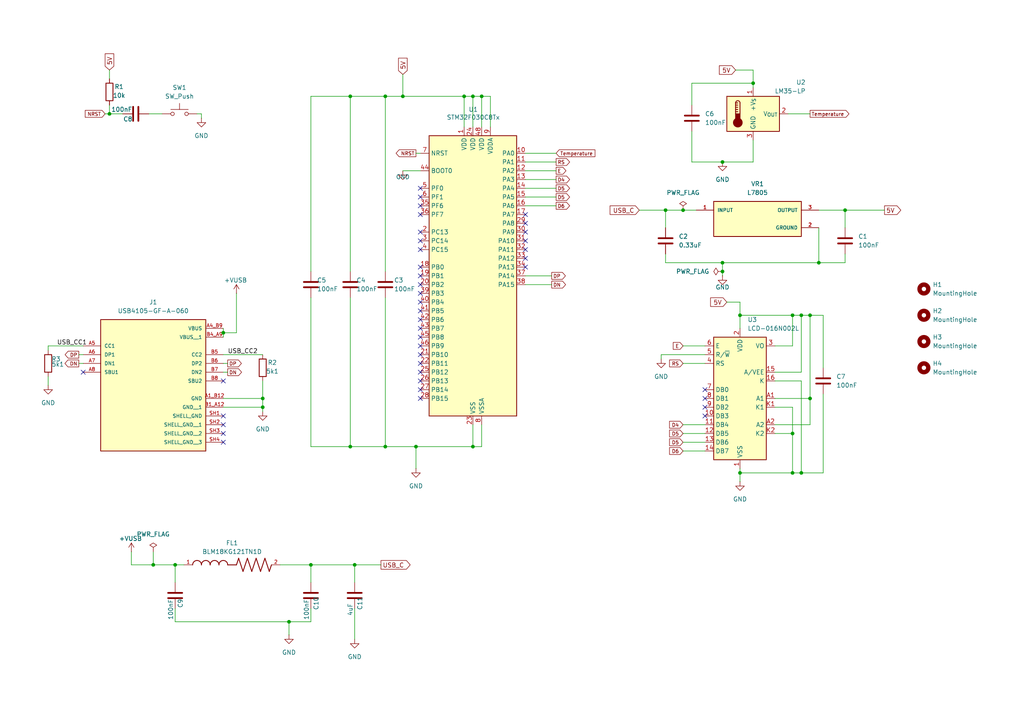
<source format=kicad_sch>
(kicad_sch (version 20231120) (generator "eeschema") (generator_version "8.0")
  (paper "A4")
  (lib_symbols
    (symbol "BLM18KG121TN1D:BLM18KG121TN1D" (pin_names (offset 1.016))
      (property "Reference" "FL" (at -12.7044 5.0815 0))
      (property "Value" "BLM18KG121TN1D" (at -12.71 -5.0866 0))
      (symbol "BLM18KG121TN1D_0_0"
        (arc (start -10.16 0) (mid -11.43 1.2645) (end -12.7 0) (stroke (width 0.254)))
        (arc (start -7.62 0) (mid -8.89 1.2645) (end -10.16 0) (stroke (width 0.254)))
        (arc (start -5.08 0) (mid -6.35 1.2645) (end -7.62 0) (stroke (width 0.254)))
        (arc (start -2.54 0) (mid -3.81 1.2645) (end -5.08 0) (stroke (width 0.254)))
        (polyline (pts (xy 0 0) (xy -2.54 0)) (stroke (width 0.254)))
        (polyline (pts (xy 0 0) (xy 0.635 1.905)) (stroke (width 0.254)))
        (polyline (pts (xy 0.635 1.905) (xy 1.905 -1.905)) (stroke (width 0.254)))
        (polyline (pts (xy 1.905 -1.905) (xy 3.175 1.905)) (stroke (width 0.254)))
        (polyline (pts (xy 3.175 1.905) (xy 4.445 -1.905)) (stroke (width 0.254)))
        (polyline (pts (xy 4.445 -1.905) (xy 5.715 1.905)) (stroke (width 0.254)))
        (polyline (pts (xy 5.715 1.905) (xy 6.985 -1.905)) (stroke (width 0.254)))
        (polyline (pts (xy 6.985 -1.905) (xy 8.255 1.905)) (stroke (width 0.254)))
        (polyline (pts (xy 8.255 1.905) (xy 9.525 -1.905)) (stroke (width 0.254)))
        (polyline (pts (xy 9.525 -1.905) (xy 10.16 0)) (stroke (width 0.254)))
        (pin passive line (at -15.24 0 0) (length 2.54) (name "~") (number "1"))
        (pin passive line (at 12.7 0 180) (length 2.54) (name "~") (number "2"))
      )
    )
    (symbol "Device:C" (pin_numbers hide) (pin_names (offset 0.254))
      (property "Reference" "C" (at 0.635 2.54 0))
      (property "Value" "C" (at 0.635 -2.54 0))
      (symbol "C_0_1"
        (polyline (pts (xy -2.032 -0.762) (xy 2.032 -0.762)) (stroke (width 0.508)))
        (polyline (pts (xy -2.032 0.762) (xy 2.032 0.762)) (stroke (width 0.508)))
      )
      (symbol "C_1_1"
        (pin passive line (at 0 3.81 270) (length 2.794) (name "~") (number "1"))
        (pin passive line (at 0 -3.81 90) (length 2.794) (name "~") (number "2"))
      )
    )
    (symbol "Device:R" (pin_numbers hide) (pin_names (offset 0))
      (property "Reference" "R" (at 2.032 0 90))
      (property "Value" "R" (at 0 0 90))
      (symbol "R_0_1"
        (rectangle (start -1.016 -2.54) (end 1.016 2.54) (stroke (width 0.254)))
      )
      (symbol "R_1_1"
        (pin passive line (at 0 3.81 270) (length 1.27) (name "~") (number "1"))
        (pin passive line (at 0 -3.81 90) (length 1.27) (name "~") (number "2"))
      )
    )
    (symbol "Display_Character:LCD-016N002L"
      (property "Reference" "U" (at -6.35 18.796 0))
      (property "Value" "LCD-016N002L" (at 8.636 18.796 0))
      (symbol "LCD-016N002L_1_1"
        (rectangle (start -7.62 17.78) (end 7.62 -17.78) (stroke (width 0.254)) (fill (type background)))
        (pin power_in line (at 0 -20.32 90) (length 2.54) (name "VSS") (number "1"))
        (pin bidirectional line (at -10.16 -5.08 0) (length 2.54) (name "DB3") (number "10"))
        (pin bidirectional line (at -10.16 -7.62 0) (length 2.54) (name "DB4") (number "11"))
        (pin bidirectional line (at -10.16 -10.16 0) (length 2.54) (name "DB5") (number "12"))
        (pin bidirectional line (at -10.16 -12.7 0) (length 2.54) (name "DB6") (number "13"))
        (pin bidirectional line (at -10.16 -15.24 0) (length 2.54) (name "DB7") (number "14"))
        (pin power_in line (at 10.16 7.62 180) (length 2.54) (name "A/VEE") (number "15"))
        (pin power_in line (at 10.16 5.08 180) (length 2.54) (name "K") (number "16"))
        (pin power_in line (at 0 20.32 270) (length 2.54) (name "VDD") (number "2"))
        (pin input line (at 10.16 15.24 180) (length 2.54) (name "VO") (number "3"))
        (pin input line (at -10.16 10.16 0) (length 2.54) (name "RS") (number "4"))
        (pin input line (at -10.16 12.7 0) (length 2.54) (name "R/~{W}") (number "5"))
        (pin input line (at -10.16 15.24 0) (length 2.54) (name "E") (number "6"))
        (pin bidirectional line (at -10.16 2.54 0) (length 2.54) (name "DB0") (number "7"))
        (pin bidirectional line (at -10.16 0 0) (length 2.54) (name "DB1") (number "8"))
        (pin bidirectional line (at -10.16 -2.54 0) (length 2.54) (name "DB2") (number "9"))
        (pin power_in line (at 10.16 0 180) (length 2.54) (name "A1") (number "A1"))
        (pin power_in line (at 10.16 -7.62 180) (length 2.54) (name "A2") (number "A2"))
        (pin power_in line (at 10.16 -2.54 180) (length 2.54) (name "K1") (number "K1"))
        (pin power_in line (at 10.16 -10.16 180) (length 2.54) (name "K2") (number "K2"))
      )
    )
    (symbol "L7805:L7805" (pin_names (offset 1.016))
      (property "Reference" "VR" (at -12.7 5.842 0))
      (property "Value" "L7805" (at -12.7 -7.62 0))
      (symbol "L7805_0_0"
        (rectangle (start -12.7 -5.08) (end 12.7 5.08) (stroke (width 0.254)) (fill (type background)))
        (pin input line (at -17.78 2.54 0) (length 5.08) (name "INPUT") (number "1"))
        (pin power_in line (at 17.78 -2.54 180) (length 5.08) (name "GROUND") (number "2"))
        (pin output line (at 17.78 2.54 180) (length 5.08) (name "OUTPUT") (number "3"))
      )
    )
    (symbol "MCU_ST_STM32F0:STM32F030C8Tx"
      (property "Reference" "U" (at -12.7 41.91 0))
      (property "Value" "STM32F030C8Tx" (at 7.62 41.91 0))
      (symbol "STM32F030C8Tx_0_1"
        (rectangle (start -12.7 -40.64) (end 12.7 40.64) (stroke (width 0.254)) (fill (type background)))
      )
      (symbol "STM32F030C8Tx_1_1"
        (pin power_in line (at -2.54 43.18 270) (length 2.54) (name "VDD") (number "1"))
        (pin bidirectional line (at 15.24 35.56 180) (length 2.54) (name "PA0") (number "10"))
        (pin bidirectional line (at 15.24 33.02 180) (length 2.54) (name "PA1") (number "11"))
        (pin bidirectional line (at 15.24 30.48 180) (length 2.54) (name "PA2") (number "12"))
        (pin bidirectional line (at 15.24 27.94 180) (length 2.54) (name "PA3") (number "13"))
        (pin bidirectional line (at 15.24 25.4 180) (length 2.54) (name "PA4") (number "14"))
        (pin bidirectional line (at 15.24 22.86 180) (length 2.54) (name "PA5") (number "15"))
        (pin bidirectional line (at 15.24 20.32 180) (length 2.54) (name "PA6") (number "16"))
        (pin bidirectional line (at 15.24 17.78 180) (length 2.54) (name "PA7") (number "17"))
        (pin bidirectional line (at -15.24 2.54 0) (length 2.54) (name "PB0") (number "18"))
        (pin bidirectional line (at -15.24 0 0) (length 2.54) (name "PB1") (number "19"))
        (pin bidirectional line (at -15.24 12.7 0) (length 2.54) (name "PC13") (number "2"))
        (pin bidirectional line (at -15.24 -2.54 0) (length 2.54) (name "PB2") (number "20"))
        (pin bidirectional line (at -15.24 -22.86 0) (length 2.54) (name "PB10") (number "21"))
        (pin bidirectional line (at -15.24 -25.4 0) (length 2.54) (name "PB11") (number "22"))
        (pin power_in line (at 0 -43.18 90) (length 2.54) (name "VSS") (number "23"))
        (pin power_in line (at 0 43.18 270) (length 2.54) (name "VDD") (number "24"))
        (pin bidirectional line (at -15.24 -27.94 0) (length 2.54) (name "PB12") (number "25"))
        (pin bidirectional line (at -15.24 -30.48 0) (length 2.54) (name "PB13") (number "26"))
        (pin bidirectional line (at -15.24 -33.02 0) (length 2.54) (name "PB14") (number "27"))
        (pin bidirectional line (at -15.24 -35.56 0) (length 2.54) (name "PB15") (number "28"))
        (pin bidirectional line (at 15.24 15.24 180) (length 2.54) (name "PA8") (number "29"))
        (pin bidirectional line (at -15.24 10.16 0) (length 2.54) (name "PC14") (number "3"))
        (pin bidirectional line (at 15.24 12.7 180) (length 2.54) (name "PA9") (number "30"))
        (pin bidirectional line (at 15.24 10.16 180) (length 2.54) (name "PA10") (number "31"))
        (pin bidirectional line (at 15.24 7.62 180) (length 2.54) (name "PA11") (number "32"))
        (pin bidirectional line (at 15.24 5.08 180) (length 2.54) (name "PA12") (number "33"))
        (pin bidirectional line (at 15.24 2.54 180) (length 2.54) (name "PA13") (number "34"))
        (pin bidirectional line (at -15.24 20.32 0) (length 2.54) (name "PF6") (number "35"))
        (pin bidirectional line (at -15.24 17.78 0) (length 2.54) (name "PF7") (number "36"))
        (pin bidirectional line (at 15.24 0 180) (length 2.54) (name "PA14") (number "37"))
        (pin bidirectional line (at 15.24 -2.54 180) (length 2.54) (name "PA15") (number "38"))
        (pin bidirectional line (at -15.24 -5.08 0) (length 2.54) (name "PB3") (number "39"))
        (pin bidirectional line (at -15.24 7.62 0) (length 2.54) (name "PC15") (number "4"))
        (pin bidirectional line (at -15.24 -7.62 0) (length 2.54) (name "PB4") (number "40"))
        (pin bidirectional line (at -15.24 -10.16 0) (length 2.54) (name "PB5") (number "41"))
        (pin bidirectional line (at -15.24 -12.7 0) (length 2.54) (name "PB6") (number "42"))
        (pin bidirectional line (at -15.24 -15.24 0) (length 2.54) (name "PB7") (number "43"))
        (pin input line (at -15.24 30.48 0) (length 2.54) (name "BOOT0") (number "44"))
        (pin bidirectional line (at -15.24 -17.78 0) (length 2.54) (name "PB8") (number "45"))
        (pin bidirectional line (at -15.24 -20.32 0) (length 2.54) (name "PB9") (number "46"))
        (pin passive line (at 0 -43.18 90) (length 2.54) hide (name "VSS") (number "47"))
        (pin power_in line (at 2.54 43.18 270) (length 2.54) (name "VDD") (number "48"))
        (pin bidirectional line (at -15.24 25.4 0) (length 2.54) (name "PF0") (number "5"))
        (pin bidirectional line (at -15.24 22.86 0) (length 2.54) (name "PF1") (number "6"))
        (pin input line (at -15.24 35.56 0) (length 2.54) (name "NRST") (number "7"))
        (pin power_in line (at 2.54 -43.18 90) (length 2.54) (name "VSSA") (number "8"))
        (pin power_in line (at 5.08 43.18 270) (length 2.54) (name "VDDA") (number "9"))
      )
    )
    (symbol "Mechanical:MountingHole" (pin_names (offset 1.016)) (exclude_from_sim yes) (in_bom no)
      (property "Reference" "H" (at 0 5.08 0))
      (property "Value" "MountingHole" (at 0 3.175 0))
      (symbol "MountingHole_0_1"
        (circle (center 0 0) (radius 1.27) (stroke (width 1.27)))
      )
    )
    (symbol "Sensor_Temperature:LM35-LP"
      (property "Reference" "U" (at -6.35 6.35 0))
      (property "Value" "LM35-LP" (at 1.27 6.35 0))
      (symbol "LM35-LP_0_1"
        (rectangle (start -7.62 5.08) (end 7.62 -5.08) (stroke (width 0.254)) (fill (type background)))
        (circle (center -4.445 -2.54) (radius 1.27) (stroke (width 0.254)) (fill (type outline)))
        (rectangle (start -3.81 -1.905) (end -5.08 0) (stroke (width 0.254)) (fill (type outline)))
        (arc (start -3.81 3.175) (mid -4.445 3.8073) (end -5.08 3.175) (stroke (width 0.254)))
        (polyline (pts (xy -5.08 0.635) (xy -4.445 0.635)) (stroke (width 0.254)))
        (polyline (pts (xy -5.08 1.27) (xy -4.445 1.27)) (stroke (width 0.254)))
        (polyline (pts (xy -5.08 1.905) (xy -4.445 1.905)) (stroke (width 0.254)))
        (polyline (pts (xy -5.08 2.54) (xy -4.445 2.54)) (stroke (width 0.254)))
        (polyline (pts (xy -5.08 3.175) (xy -5.08 0)) (stroke (width 0.254)))
        (polyline (pts (xy -5.08 3.175) (xy -4.445 3.175)) (stroke (width 0.254)))
        (polyline (pts (xy -3.81 3.175) (xy -3.81 0)) (stroke (width 0.254)))
      )
      (symbol "LM35-LP_1_1"
        (pin power_in line (at 0 7.62 270) (length 2.54) (name "+V_{S}") (number "1"))
        (pin output line (at 10.16 0 180) (length 2.54) (name "V_{OUT}") (number "2"))
        (pin power_in line (at 0 -7.62 90) (length 2.54) (name "GND") (number "3"))
      )
    )
    (symbol "Switch:SW_Push" (pin_numbers hide) (pin_names (offset 1.016) hide)
      (property "Reference" "SW" (at 1.27 2.54 0))
      (property "Value" "SW_Push" (at 0 -1.524 0))
      (symbol "SW_Push_0_1"
        (circle (center -2.032 0) (radius 0.508))
        (polyline (pts (xy 0 1.27) (xy 0 3.048)))
        (polyline (pts (xy 2.54 1.27) (xy -2.54 1.27)))
        (circle (center 2.032 0) (radius 0.508))
        (pin passive line (at -5.08 0 0) (length 2.54) (name "1") (number "1"))
        (pin passive line (at 5.08 0 180) (length 2.54) (name "2") (number "2"))
      )
    )
    (symbol "USB4105-GF-A-060:USB4105-GF-A-060" (pin_names (offset 1.016))
      (property "Reference" "J" (at -15.24 13.97 0))
      (property "Value" "USB4105-GF-A-060" (at -15.24 -27.94 0))
      (symbol "USB4105-GF-A-060_0_0"
        (rectangle (start -15.24 -25.4) (end 15.24 12.7) (stroke (width 0.254)) (fill (type background)))
        (pin power_in line (at 20.32 -10.16 180) (length 5.08) (name "GND") (number "A1_B12"))
        (pin power_in line (at 20.32 10.16 180) (length 5.08) (name "VBUS") (number "A4_B9"))
        (pin bidirectional line (at -20.32 5.08 0) (length 5.08) (name "CC1") (number "A5"))
        (pin bidirectional line (at -20.32 2.54 0) (length 5.08) (name "DP1") (number "A6"))
        (pin bidirectional line (at -20.32 0 0) (length 5.08) (name "DN1") (number "A7"))
        (pin bidirectional line (at -20.32 -2.54 0) (length 5.08) (name "SBU1") (number "A8"))
        (pin power_in line (at 20.32 -12.7 180) (length 5.08) (name "GND__1") (number "B1_A12"))
        (pin power_in line (at 20.32 7.62 180) (length 5.08) (name "VBUS__1") (number "B4_A9"))
        (pin bidirectional line (at 20.32 2.54 180) (length 5.08) (name "CC2") (number "B5"))
        (pin bidirectional line (at 20.32 0 180) (length 5.08) (name "DP2") (number "B6"))
        (pin bidirectional line (at 20.32 -2.54 180) (length 5.08) (name "DN2") (number "B7"))
        (pin bidirectional line (at 20.32 -5.08 180) (length 5.08) (name "SBU2") (number "B8"))
        (pin power_in line (at 20.32 -15.24 180) (length 5.08) (name "SHELL_GND") (number "SH1"))
        (pin power_in line (at 20.32 -17.78 180) (length 5.08) (name "SHELL_GND__1") (number "SH2"))
        (pin power_in line (at 20.32 -20.32 180) (length 5.08) (name "SHELL_GND__2") (number "SH3"))
        (pin power_in line (at 20.32 -22.86 180) (length 5.08) (name "SHELL_GND__3") (number "SH4"))
      )
    )
    (symbol "power:+1V0" (power) (pin_numbers hide) (pin_names (offset 0) hide)
      (property "Value" "+1V0" (at 0 3.556 0))
      (symbol "+1V0_0_1"
        (polyline (pts (xy -0.762 1.27) (xy 0 2.54)))
        (polyline (pts (xy 0 0) (xy 0 2.54)))
        (polyline (pts (xy 0 2.54) (xy 0.762 1.27)))
      )
      (symbol "+1V0_1_1"
        (pin power_in line (at 0 0 90) (length 0) (name "~") (number "1"))
      )
    )
    (symbol "power:GND" (power) (pin_numbers hide) (pin_names (offset 0) hide)
      (property "Value" "GND" (at 0 -3.81 0))
      (symbol "GND_0_1"
        (polyline (pts (xy 0 0) (xy 0 -1.27) (xy 1.27 -1.27) (xy 0 -2.54) (xy -1.27 -1.27) (xy 0 -1.27)))
      )
      (symbol "GND_1_1"
        (pin power_in line (at 0 0 270) (length 0) (name "~") (number "1"))
      )
    )
    (symbol "power:PWR_FLAG" (power) (pin_numbers hide) (pin_names (offset 0) hide)
      (property "Value" "PWR_FLAG" (at 0 3.81 0))
      (symbol "PWR_FLAG_0_0"
        (pin power_out line (at 0 0 90) (length 0) (name "~") (number "1"))
      )
      (symbol "PWR_FLAG_0_1"
        (polyline (pts (xy 0 0) (xy 0 1.27) (xy -1.016 1.905) (xy 0 2.54) (xy 1.016 1.905) (xy 0 1.27)))
      )
    )
  )
  (junction (at 137.16 27.94))
  (junction (at 209.55 78.74))
  (junction (at 229.87 91.44))
  (junction (at 214.63 137.16))
  (junction (at 232.41 137.16))
  (junction (at 234.95 91.44))
  (junction (at 111.76 27.94))
  (junction (at 120.65 129.54))
  (junction (at 116.84 27.94))
  (junction (at 83.82 180.34))
  (junction (at 64.77 96.52))
  (junction (at 76.2 118.11))
  (junction (at 139.7 27.94))
  (junction (at 218.44 24.13))
  (junction (at 237.49 76.2))
  (junction (at 101.6 129.54))
  (junction (at 134.62 27.94))
  (junction (at 137.16 129.54))
  (junction (at 229.87 125.73))
  (junction (at 31.75 33.02))
  (junction (at 209.55 46.99))
  (junction (at 90.17 163.83))
  (junction (at 245.11 60.96))
  (junction (at 229.87 137.16))
  (junction (at 209.55 76.2))
  (junction (at 50.8 163.83))
  (junction (at 198.12 60.96))
  (junction (at 44.45 163.83))
  (junction (at 234.95 115.57))
  (junction (at 214.63 91.44))
  (junction (at 232.41 91.44))
  (junction (at 76.2 115.57))
  (junction (at 111.76 129.54))
  (junction (at 193.04 60.96))
  (junction (at 102.87 163.83))
  (junction (at 101.6 27.94))
  (no_connect (at 204.47 118.11))
  (no_connect (at 121.92 54.61))
  (no_connect (at 204.47 115.57))
  (no_connect (at 121.92 69.85))
  (no_connect (at 121.92 90.17))
  (no_connect (at 152.4 72.39))
  (no_connect (at 121.92 87.63))
  (no_connect (at 152.4 74.93))
  (no_connect (at 152.4 77.47))
  (no_connect (at 121.92 110.49))
  (no_connect (at 121.92 72.39))
  (no_connect (at 121.92 97.79))
  (no_connect (at 121.92 113.03))
  (no_connect (at 121.92 67.31))
  (no_connect (at 64.77 110.49))
  (no_connect (at 121.92 59.69))
  (no_connect (at 152.4 67.31))
  (no_connect (at 121.92 92.71))
  (no_connect (at 121.92 80.01))
  (no_connect (at 152.4 62.23))
  (no_connect (at 64.77 123.19))
  (no_connect (at 121.92 95.25))
  (no_connect (at 121.92 85.09))
  (no_connect (at 121.92 115.57))
  (no_connect (at 204.47 120.65))
  (no_connect (at 121.92 62.23))
  (no_connect (at 64.77 128.27))
  (no_connect (at 204.47 113.03))
  (no_connect (at 121.92 102.87))
  (no_connect (at 152.4 64.77))
  (no_connect (at 152.4 69.85))
  (no_connect (at 64.77 125.73))
  (no_connect (at 121.92 107.95))
  (no_connect (at 64.77 120.65))
  (no_connect (at 121.92 105.41))
  (no_connect (at 121.92 82.55))
  (no_connect (at 121.92 57.15))
  (no_connect (at 24.13 107.95))
  (no_connect (at 121.92 77.47))
  (no_connect (at 121.92 100.33))
  (wire (pts (xy 229.87 137.16) (xy 214.63 137.16)))
  (wire (pts (xy 46.99 33.02) (xy 43.18 33.02)))
  (wire (pts (xy 137.16 27.94) (xy 139.7 27.94)))
  (wire (pts (xy 102.87 163.83) (xy 110.49 163.83)))
  (wire (pts (xy 120.65 44.45) (xy 121.92 44.45)))
  (wire (pts (xy 152.4 80.01) (xy 160.02 80.01)))
  (wire (pts (xy 64.77 95.25) (xy 64.77 96.52)))
  (wire (pts (xy 116.84 27.94) (xy 134.62 27.94)))
  (wire (pts (xy 193.04 73.66) (xy 193.04 76.2)))
  (wire (pts (xy 66.04 105.41) (xy 64.77 105.41)))
  (wire (pts (xy 213.36 20.32) (xy 218.44 20.32)))
  (wire (pts (xy 238.76 114.3) (xy 238.76 137.16)))
  (wire (pts (xy 198.12 105.41) (xy 204.47 105.41)))
  (wire (pts (xy 142.24 36.83) (xy 142.24 27.94)))
  (wire (pts (xy 44.45 160.02) (xy 44.45 163.83)))
  (wire (pts (xy 64.77 115.57) (xy 76.2 115.57)))
  (wire (pts (xy 198.12 125.73) (xy 204.47 125.73)))
  (wire (pts (xy 224.79 125.73) (xy 229.87 125.73)))
  (wire (pts (xy 90.17 163.83) (xy 102.87 163.83)))
  (wire (pts (xy 38.1 163.83) (xy 44.45 163.83)))
  (wire (pts (xy 193.04 60.96) (xy 193.04 66.04)))
  (wire (pts (xy 224.79 107.95) (xy 232.41 107.95)))
  (wire (pts (xy 218.44 24.13) (xy 218.44 25.4)))
  (wire (pts (xy 101.6 129.54) (xy 101.6 86.36)))
  (wire (pts (xy 139.7 129.54) (xy 137.16 129.54)))
  (wire (pts (xy 200.66 46.99) (xy 209.55 46.99)))
  (wire (pts (xy 64.77 96.52) (xy 64.77 97.79)))
  (wire (pts (xy 237.49 60.96) (xy 245.11 60.96)))
  (wire (pts (xy 193.04 76.2) (xy 209.55 76.2)))
  (wire (pts (xy 13.97 100.33) (xy 24.13 100.33)))
  (wire (pts (xy 237.49 66.04) (xy 237.49 76.2)))
  (wire (pts (xy 152.4 57.15) (xy 161.29 57.15)))
  (wire (pts (xy 224.79 115.57) (xy 234.95 115.57)))
  (wire (pts (xy 139.7 27.94) (xy 139.7 36.83)))
  (wire (pts (xy 214.63 87.63) (xy 214.63 91.44)))
  (wire (pts (xy 209.55 78.74) (xy 209.55 80.01)))
  (wire (pts (xy 50.8 168.91) (xy 50.8 163.83)))
  (wire (pts (xy 245.11 60.96) (xy 256.54 60.96)))
  (wire (pts (xy 152.4 49.53) (xy 161.29 49.53)))
  (wire (pts (xy 101.6 78.74) (xy 101.6 27.94)))
  (wire (pts (xy 134.62 27.94) (xy 137.16 27.94)))
  (wire (pts (xy 200.66 38.1) (xy 200.66 46.99)))
  (wire (pts (xy 137.16 123.19) (xy 137.16 129.54)))
  (wire (pts (xy 229.87 91.44) (xy 229.87 100.33)))
  (wire (pts (xy 191.77 102.87) (xy 204.47 102.87)))
  (wire (pts (xy 198.12 130.81) (xy 204.47 130.81)))
  (wire (pts (xy 238.76 106.68) (xy 238.76 91.44)))
  (wire (pts (xy 90.17 27.94) (xy 101.6 27.94)))
  (wire (pts (xy 142.24 27.94) (xy 139.7 27.94)))
  (wire (pts (xy 152.4 44.45) (xy 161.29 44.45)))
  (wire (pts (xy 238.76 137.16) (xy 232.41 137.16)))
  (wire (pts (xy 64.77 96.52) (xy 68.58 96.52)))
  (wire (pts (xy 111.76 27.94) (xy 116.84 27.94)))
  (wire (pts (xy 76.2 115.57) (xy 76.2 118.11)))
  (wire (pts (xy 120.65 129.54) (xy 120.65 135.89)))
  (wire (pts (xy 245.11 73.66) (xy 245.11 76.2)))
  (wire (pts (xy 90.17 78.74) (xy 90.17 27.94)))
  (wire (pts (xy 214.63 91.44) (xy 214.63 95.25)))
  (wire (pts (xy 116.84 21.59) (xy 116.84 27.94)))
  (wire (pts (xy 137.16 27.94) (xy 137.16 36.83)))
  (wire (pts (xy 50.8 180.34) (xy 83.82 180.34)))
  (wire (pts (xy 64.77 102.87) (xy 76.2 102.87)))
  (wire (pts (xy 38.1 163.83) (xy 38.1 160.02)))
  (wire (pts (xy 64.77 118.11) (xy 76.2 118.11)))
  (wire (pts (xy 31.75 20.32) (xy 31.75 22.86)))
  (wire (pts (xy 209.55 76.2) (xy 237.49 76.2)))
  (wire (pts (xy 58.42 33.02) (xy 58.42 34.29)))
  (wire (pts (xy 81.28 163.83) (xy 90.17 163.83)))
  (wire (pts (xy 111.76 27.94) (xy 111.76 78.74)))
  (wire (pts (xy 101.6 27.94) (xy 111.76 27.94)))
  (wire (pts (xy 22.86 102.87) (xy 24.13 102.87)))
  (wire (pts (xy 198.12 123.19) (xy 204.47 123.19)))
  (wire (pts (xy 139.7 123.19) (xy 139.7 129.54)))
  (wire (pts (xy 232.41 137.16) (xy 229.87 137.16)))
  (wire (pts (xy 111.76 86.36) (xy 111.76 129.54)))
  (wire (pts (xy 152.4 54.61) (xy 161.29 54.61)))
  (wire (pts (xy 198.12 60.96) (xy 201.93 60.96)))
  (wire (pts (xy 90.17 163.83) (xy 90.17 168.91)))
  (wire (pts (xy 152.4 52.07) (xy 161.29 52.07)))
  (wire (pts (xy 191.77 102.87) (xy 191.77 104.14)))
  (wire (pts (xy 102.87 163.83) (xy 102.87 168.91)))
  (wire (pts (xy 50.8 180.34) (xy 50.8 176.53)))
  (wire (pts (xy 120.65 129.54) (xy 137.16 129.54)))
  (wire (pts (xy 68.58 85.09) (xy 68.58 96.52)))
  (wire (pts (xy 200.66 24.13) (xy 200.66 30.48)))
  (wire (pts (xy 152.4 59.69) (xy 161.29 59.69)))
  (wire (pts (xy 224.79 118.11) (xy 229.87 118.11)))
  (wire (pts (xy 232.41 91.44) (xy 229.87 91.44)))
  (wire (pts (xy 111.76 129.54) (xy 120.65 129.54)))
  (wire (pts (xy 218.44 20.32) (xy 218.44 24.13)))
  (wire (pts (xy 31.75 33.02) (xy 35.56 33.02)))
  (wire (pts (xy 232.41 107.95) (xy 232.41 91.44)))
  (wire (pts (xy 209.55 76.2) (xy 209.55 78.74)))
  (wire (pts (xy 210.82 87.63) (xy 214.63 87.63)))
  (wire (pts (xy 232.41 110.49) (xy 232.41 137.16)))
  (wire (pts (xy 198.12 100.33) (xy 204.47 100.33)))
  (wire (pts (xy 83.82 180.34) (xy 90.17 180.34)))
  (wire (pts (xy 50.8 163.83) (xy 53.34 163.83)))
  (wire (pts (xy 90.17 86.36) (xy 90.17 129.54)))
  (wire (pts (xy 134.62 27.94) (xy 134.62 36.83)))
  (wire (pts (xy 83.82 180.34) (xy 83.82 184.15)))
  (wire (pts (xy 30.48 33.02) (xy 31.75 33.02)))
  (wire (pts (xy 234.95 91.44) (xy 232.41 91.44)))
  (wire (pts (xy 31.75 30.48) (xy 31.75 33.02)))
  (wire (pts (xy 229.87 125.73) (xy 229.87 137.16)))
  (wire (pts (xy 237.49 76.2) (xy 245.11 76.2)))
  (wire (pts (xy 238.76 91.44) (xy 234.95 91.44)))
  (wire (pts (xy 44.45 163.83) (xy 50.8 163.83)))
  (wire (pts (xy 76.2 110.49) (xy 76.2 115.57)))
  (wire (pts (xy 22.86 105.41) (xy 24.13 105.41)))
  (wire (pts (xy 102.87 185.42) (xy 102.87 176.53)))
  (wire (pts (xy 121.92 49.53) (xy 116.84 49.53)))
  (wire (pts (xy 245.11 60.96) (xy 245.11 66.04)))
  (wire (pts (xy 13.97 100.33) (xy 13.97 101.6)))
  (wire (pts (xy 185.42 60.96) (xy 193.04 60.96)))
  (wire (pts (xy 214.63 139.7) (xy 214.63 137.16)))
  (wire (pts (xy 152.4 82.55) (xy 160.02 82.55)))
  (wire (pts (xy 193.04 60.96) (xy 198.12 60.96)))
  (wire (pts (xy 13.97 109.22) (xy 13.97 111.76)))
  (wire (pts (xy 234.95 115.57) (xy 234.95 123.19)))
  (wire (pts (xy 224.79 100.33) (xy 229.87 100.33)))
  (wire (pts (xy 214.63 137.16) (xy 214.63 135.89)))
  (wire (pts (xy 200.66 24.13) (xy 218.44 24.13)))
  (wire (pts (xy 224.79 110.49) (xy 232.41 110.49)))
  (wire (pts (xy 224.79 123.19) (xy 234.95 123.19)))
  (wire (pts (xy 58.42 33.02) (xy 57.15 33.02)))
  (wire (pts (xy 198.12 128.27) (xy 204.47 128.27)))
  (wire (pts (xy 229.87 118.11) (xy 229.87 125.73)))
  (wire (pts (xy 90.17 129.54) (xy 101.6 129.54)))
  (wire (pts (xy 218.44 40.64) (xy 218.44 46.99)))
  (wire (pts (xy 90.17 180.34) (xy 90.17 176.53)))
  (wire (pts (xy 234.95 91.44) (xy 234.95 115.57)))
  (wire (pts (xy 152.4 46.99) (xy 161.29 46.99)))
  (wire (pts (xy 228.6 33.02) (xy 234.95 33.02)))
  (wire (pts (xy 101.6 129.54) (xy 111.76 129.54)))
  (wire (pts (xy 66.04 107.95) (xy 64.77 107.95)))
  (wire (pts (xy 76.2 119.38) (xy 76.2 118.11)))
  (wire (pts (xy 229.87 91.44) (xy 214.63 91.44)))
  (wire (pts (xy 209.55 46.99) (xy 218.44 46.99)))
  (label "USB_CC1" (at 16.51 100.33 0))
  (label "USB_CC2" (at 66.04 102.87 0))
  (global_label "DN" (shape output) (at 22.86 105.41 180) (effects (font (size 1.016 1.016))) (property "Intersheetrefs" "${INTERSHEET_REFS}" (effects (hide yes))))
  (global_label "5V" (shape input) (at 31.75 20.32 90) (property "Intersheetrefs" "${INTERSHEET_REFS}" (effects (hide yes))))
  (global_label "5V" (shape input) (at 210.82 87.63 180) (property "Intersheetrefs" "${INTERSHEET_REFS}" (effects (hide yes))))
  (global_label "D4" (shape output) (at 161.29 52.07 0) (effects (font (size 1.016 1.016))) (property "Intersheetrefs" "${INTERSHEET_REFS}" (effects (hide yes))))
  (global_label "E" (shape output) (at 161.29 49.53 0) (effects (font (size 1.016 1.016))) (property "Intersheetrefs" "${INTERSHEET_REFS}" (effects (hide yes))))
  (global_label "RS" (shape output) (at 161.29 46.99 0) (effects (font (size 1.016 1.016))) (property "Intersheetrefs" "${INTERSHEET_REFS}" (effects (hide yes))))
  (global_label "D4" (shape input) (at 198.12 123.19 180) (effects (font (size 1.016 1.016))) (property "Intersheetrefs" "${INTERSHEET_REFS}" (effects (hide yes))))
  (global_label "DP" (shape output) (at 66.04 105.41 0) (effects (font (size 1.016 1.016))) (property "Intersheetrefs" "${INTERSHEET_REFS}" (effects (hide yes))))
  (global_label "USB_C" (shape output) (at 110.49 163.83 0) (property "Intersheetrefs" "${INTERSHEET_REFS}" (effects (hide yes))))
  (global_label "D6" (shape input) (at 198.12 130.81 180) (effects (font (size 1.016 1.016))) (property "Intersheetrefs" "${INTERSHEET_REFS}" (effects (hide yes))))
  (global_label "DP" (shape output) (at 22.86 102.87 180) (effects (font (size 1.016 1.016))) (property "Intersheetrefs" "${INTERSHEET_REFS}" (effects (hide yes))))
  (global_label "5V" (shape output) (at 256.54 60.96 0) (property "Intersheetrefs" "${INTERSHEET_REFS}" (effects (hide yes))))
  (global_label "5V" (shape input) (at 116.84 21.59 90) (property "Intersheetrefs" "${INTERSHEET_REFS}" (effects (hide yes))))
  (global_label "5V" (shape input) (at 213.36 20.32 180) (property "Intersheetrefs" "${INTERSHEET_REFS}" (effects (hide yes))))
  (global_label "NRST" (shape output) (at 120.65 44.45 180) (effects (font (size 1.016 1.016))) (property "Intersheetrefs" "${INTERSHEET_REFS}" (effects (hide yes))))
  (global_label "DP" (shape output) (at 160.02 80.01 0) (effects (font (size 1.016 1.016))) (property "Intersheetrefs" "${INTERSHEET_REFS}" (effects (hide yes))))
  (global_label "D5" (shape output) (at 161.29 54.61 0) (effects (font (size 1.016 1.016))) (property "Intersheetrefs" "${INTERSHEET_REFS}" (effects (hide yes))))
  (global_label "USB_C" (shape input) (at 185.42 60.96 180) (property "Intersheetrefs" "${INTERSHEET_REFS}" (effects (hide yes))))
  (global_label "NRST" (shape input) (at 30.48 33.02 180) (effects (font (size 1.016 1.016))) (property "Intersheetrefs" "${INTERSHEET_REFS}" (effects (hide yes))))
  (global_label "D5" (shape input) (at 198.12 125.73 180) (effects (font (size 1.016 1.016))) (property "Intersheetrefs" "${INTERSHEET_REFS}" (effects (hide yes))))
  (global_label "D5" (shape output) (at 161.29 57.15 0) (effects (font (size 1.016 1.016))) (property "Intersheetrefs" "${INTERSHEET_REFS}" (effects (hide yes))))
  (global_label "D6" (shape output) (at 161.29 59.69 0) (effects (font (size 1.016 1.016))) (property "Intersheetrefs" "${INTERSHEET_REFS}" (effects (hide yes))))
  (global_label "RS" (shape input) (at 198.12 105.41 180) (effects (font (size 1.016 1.016))) (property "Intersheetrefs" "${INTERSHEET_REFS}" (effects (hide yes))))
  (global_label "Temperature" (shape output) (at 234.95 33.02 0) (effects (font (size 1.016 1.016))) (property "Intersheetrefs" "${INTERSHEET_REFS}" (effects (hide yes))))
  (global_label "Temperature" (shape input) (at 161.29 44.45 0) (effects (font (size 1.016 1.016))) (property "Intersheetrefs" "${INTERSHEET_REFS}" (effects (hide yes))))
  (global_label "E" (shape input) (at 198.12 100.33 180) (effects (font (size 1.016 1.016))) (property "Intersheetrefs" "${INTERSHEET_REFS}" (effects (hide yes))))
  (global_label "D5" (shape input) (at 198.12 128.27 180) (effects (font (size 1.016 1.016))) (property "Intersheetrefs" "${INTERSHEET_REFS}" (effects (hide yes))))
  (global_label "DN" (shape output) (at 66.04 107.95 0) (effects (font (size 1.016 1.016))) (property "Intersheetrefs" "${INTERSHEET_REFS}" (effects (hide yes))))
  (global_label "DN" (shape output) (at 160.02 82.55 0) (effects (font (size 1.016 1.016))) (property "Intersheetrefs" "${INTERSHEET_REFS}" (effects (hide yes))))
  (symbol (lib_id "Device:R") (at 76.2 106.68 180) (unit 1)
    (property "Reference" "R2" (at 78.994 105.156 0))
    (property "Value" "5k1" (at 78.994 107.696 0))
    (property "Footprint" "Resistor_THT:R_Axial_DIN0207_L6.3mm_D2.5mm_P7.62mm_Horizontal" (effects (hide yes)))
    (property "Description" "Resistor" (effects (hide yes)))
  )
  (symbol (lib_id "Mechanical:MountingHole") (at 267.97 83.82 0) (unit 1) (exclude_from_sim yes) (in_bom no)
    (property "Reference" "H1" (at 270.51 82.5499 0) (effects (justify left)))
    (property "Value" "MountingHole" (at 270.51 85.0899 0) (effects (justify left)))
    (property "Footprint" "MountingHole:MountingHole_2.5mm" (effects (hide yes)))
    (property "Description" "Mounting Hole without connection" (effects (hide yes)))
  )
  (symbol (lib_id "power:GND") (at 76.2 119.38 0) (unit 1)
    (property "Reference" "#PWR08" (effects (hide yes)))
    (property "Value" "GND" (at 76.2 124.46 0))
    (property "Description" "Power symbol creates a global label with name \"GND\" , ground" (effects (hide yes)))
  )
  (symbol (lib_id "Mechanical:MountingHole") (at 267.97 91.44 0) (unit 1) (exclude_from_sim yes) (in_bom no)
    (property "Reference" "H2" (at 270.51 90.1699 0) (effects (justify left)))
    (property "Value" "MountingHole" (at 270.51 92.7099 0) (effects (justify left)))
    (property "Footprint" "MountingHole:MountingHole_2.5mm" (effects (hide yes)))
    (property "Description" "Mounting Hole without connection" (effects (hide yes)))
  )
  (symbol (lib_id "Device:C") (at 50.8 172.72 180) (unit 1)
    (property "Reference" "C9" (at 52.324 175.006 90))
    (property "Value" "100nF" (at 49.53 176.784 90))
    (property "Footprint" "Capacitor_SMD:C_0603_1608Metric" (effects (hide yes)))
    (property "Description" "Unpolarized capacitor" (effects (hide yes)))
  )
  (symbol (lib_id "Switch:SW_Push") (at 52.07 33.02 0) (unit 1)
    (property "Reference" "SW1" (at 52.07 25.4 0))
    (property "Value" "SW_Push" (at 52.07 27.94 0))
    (property "Footprint" "Button_Switch_THT:SW_PUSH_6mm_H5mm" (effects (hide yes)))
    (property "Description" "Push button switch, generic, two pins" (effects (hide yes)))
  )
  (symbol (lib_id "power:PWR_FLAG") (at 198.12 60.96 0) (unit 1)
    (property "Reference" "#FLG02" (effects (hide yes)))
    (property "Value" "PWR_FLAG" (at 198.12 55.88 0))
    (property "Description" "Special symbol for telling ERC where power comes from" (effects (hide yes)))
  )
  (symbol (lib_id "Device:R") (at 31.75 26.67 180) (unit 1)
    (property "Reference" "R1" (at 34.544 25.146 0))
    (property "Value" "10k" (at 34.544 27.686 0))
    (property "Footprint" "Resistor_THT:R_Axial_DIN0207_L6.3mm_D2.5mm_P7.62mm_Horizontal" (effects (hide yes)))
    (property "Description" "Resistor" (effects (hide yes)))
  )
  (symbol (lib_id "power:GND") (at 209.55 80.01 0) (unit 1)
    (property "Reference" "#PWR01" (effects (hide yes)))
    (property "Value" "GND" (at 209.55 83.312 0))
    (property "Description" "Power symbol creates a global label with name \"GND\" , ground" (effects (hide yes)))
  )
  (symbol (lib_id "power:GND") (at 13.97 111.76 0) (unit 1)
    (property "Reference" "#PWR09" (effects (hide yes)))
    (property "Value" "GND" (at 13.97 116.84 0))
    (property "Description" "Power symbol creates a global label with name \"GND\" , ground" (effects (hide yes)))
  )
  (symbol (lib_id "BLM18KG121TN1D:BLM18KG121TN1D") (at 68.58 163.83 0) (unit 1)
    (property "Reference" "FL1" (at 67.31 157.48 0))
    (property "Value" "BLM18KG121TN1D" (at 67.31 160.02 0))
    (property "Footprint" "Library:BEADC1608X75N" (effects (hide yes)))
  )
  (symbol (lib_id "power:GND") (at 191.77 104.14 0) (unit 1)
    (property "Reference" "#PWR05" (effects (hide yes)))
    (property "Value" "GND" (at 191.77 109.22 0))
    (property "Description" "Power symbol creates a global label with name \"GND\" , ground" (effects (hide yes)))
  )
  (symbol (lib_id "power:+1V0") (at 38.1 160.02 0) (unit 1)
    (property "Reference" "#PWR010" (effects (hide yes)))
    (property "Value" "+VUSB" (at 37.846 156.21 0))
    (property "Description" "Power symbol creates a global label with name \"+1V0\"" (effects (hide yes)))
  )
  (symbol (lib_id "Device:C") (at 90.17 82.55 0) (unit 1)
    (property "Reference" "C5" (at 91.948 81.28 0) (effects (justify left)))
    (property "Value" "100nF" (at 91.948 83.82 0) (effects (justify left)))
    (property "Footprint" "Capacitor_SMD:C_0603_1608Metric" (effects (hide yes)))
    (property "Description" "Unpolarized capacitor" (effects (hide yes)))
  )
  (symbol (lib_id "power:GND") (at 102.87 185.42 0) (unit 1)
    (property "Reference" "#PWR012" (effects (hide yes)))
    (property "Value" "GND" (at 102.87 190.5 0))
    (property "Description" "Power symbol creates a global label with name \"GND\" , ground" (effects (hide yes)))
  )
  (symbol (lib_id "Mechanical:MountingHole") (at 267.97 106.68 0) (unit 1) (exclude_from_sim yes) (in_bom no)
    (property "Reference" "H4" (at 270.51 105.4099 0) (effects (justify left)))
    (property "Value" "MountingHole" (at 270.51 107.9499 0) (effects (justify left)))
    (property "Footprint" "MountingHole:MountingHole_2.5mm" (effects (hide yes)))
    (property "Description" "Mounting Hole without connection" (effects (hide yes)))
  )
  (symbol (lib_id "MCU_ST_STM32F0:STM32F030C8Tx") (at 137.16 80.01 0) (unit 1)
    (property "Reference" "U1" (at 135.89 31.75 0) (effects (justify left)))
    (property "Value" "STM32F030C8Tx" (at 129.54 34.036 0) (effects (justify left)))
    (property "Footprint" "Package_QFP:LQFP-48_7x7mm_P0.5mm" (effects (hide yes)))
    (property "Datasheet" "https://www.st.com/resource/en/datasheet/stm32f030c8.pdf" (effects (hide yes)))
    (property "Description" "STMicroelectronics Arm Cortex-M0 MCU, 64KB flash, 8KB RAM, 48 MHz, 2.4-3.6V, 39 GPIO, LQFP48" (effects (hide yes)))
  )
  (symbol (lib_id "Device:C") (at 111.76 82.55 0) (unit 1)
    (property "Reference" "C3" (at 114.3 81.28 0) (effects (justify left)))
    (property "Value" "100nF" (at 114.3 83.82 0) (effects (justify left)))
    (property "Footprint" "Capacitor_SMD:C_0603_1608Metric" (effects (hide yes)))
    (property "Description" "Unpolarized capacitor" (effects (hide yes)))
  )
  (symbol (lib_id "Device:C") (at 200.66 34.29 0) (unit 1)
    (property "Reference" "C6" (at 204.47 33.0199 0) (effects (justify left)))
    (property "Value" "100nF" (at 204.47 35.5599 0) (effects (justify left)))
    (property "Footprint" "Capacitor_SMD:C_0603_1608Metric" (effects (hide yes)))
    (property "Description" "Unpolarized capacitor" (effects (hide yes)))
  )
  (symbol (lib_id "Sensor_Temperature:LM35-LP") (at 218.44 33.02 0) (unit 1)
    (property "Reference" "U2" (at 233.68 23.876 0) (effects (justify right)))
    (property "Value" "LM35-LP" (at 233.68 26.416 0) (effects (justify right)))
    (property "Footprint" "Package_TO_SOT_THT:TO-92_Inline" (effects (hide yes)))
    (property "Datasheet" "http://www.ti.com/lit/ds/symlink/lm35.pdf" (effects (hide yes)))
    (property "Description" "Precision centigrade temperature sensor, TO-92" (effects (hide yes)))
  )
  (symbol (lib_id "Device:C") (at 90.17 172.72 180) (unit 1)
    (property "Reference" "C10" (at 91.694 175.006 90))
    (property "Value" "100nF" (at 88.9 176.784 90))
    (property "Footprint" "Capacitor_SMD:C_0603_1608Metric" (effects (hide yes)))
    (property "Description" "Unpolarized capacitor" (effects (hide yes)))
  )
  (symbol (lib_id "power:+1V0") (at 68.58 85.09 0) (unit 1)
    (property "Reference" "#PWR013" (effects (hide yes)))
    (property "Value" "+VUSB" (at 68.326 81.28 0))
    (property "Description" "Power symbol creates a global label with name \"+1V0\"" (effects (hide yes)))
  )
  (symbol (lib_id "power:PWR_FLAG") (at 44.45 160.02 0) (unit 1)
    (property "Reference" "#FLG01" (effects (hide yes)))
    (property "Value" "PWR_FLAG" (at 44.45 154.94 0))
    (property "Description" "Special symbol for telling ERC where power comes from" (effects (hide yes)))
  )
  (symbol (lib_id "Device:C") (at 245.11 69.85 0) (unit 1)
    (property "Reference" "C1" (at 248.92 68.5799 0) (effects (justify left)))
    (property "Value" "100nF" (at 248.92 71.1199 0) (effects (justify left)))
    (property "Footprint" "Capacitor_SMD:C_0603_1608Metric" (effects (hide yes)))
    (property "Description" "Unpolarized capacitor" (effects (hide yes)))
  )
  (symbol (lib_id "USB4105-GF-A-060:USB4105-GF-A-060") (at 44.45 105.41 0) (unit 1)
    (property "Reference" "J1" (at 44.45 87.63 0))
    (property "Value" "USB4105-GF-A-060" (at 44.45 90.17 0))
    (property "Footprint" "Library:GCT_USB4105-GF-A-060" (effects (hide yes)))
    (property "PARTREV" "B3" (effects (hide yes)))
    (property "MANUFACTURER" "Global Connector Technology" (effects (hide yes)))
    (property "MAXIMUM_PACKAGE_HEIGHT" "3.31mm" (effects (hide yes)))
    (property "STANDARD" "Manufacturer Recommendations" (effects (hide yes)))
  )
  (symbol (lib_id "power:GND") (at 58.42 34.29 0) (unit 1)
    (property "Reference" "#PWR07" (effects (hide yes)))
    (property "Value" "GND" (at 58.42 39.37 0))
    (property "Description" "Power symbol creates a global label with name \"GND\" , ground" (effects (hide yes)))
  )
  (symbol (lib_id "Device:C") (at 238.76 110.49 0) (unit 1)
    (property "Reference" "C7" (at 242.57 109.2199 0) (effects (justify left)))
    (property "Value" "100nF" (at 242.57 111.7599 0) (effects (justify left)))
    (property "Footprint" "Capacitor_SMD:C_0603_1608Metric" (effects (hide yes)))
    (property "Description" "Unpolarized capacitor" (effects (hide yes)))
  )
  (symbol (lib_id "power:PWR_FLAG") (at 209.55 78.74 90) (unit 1)
    (property "Reference" "#FLG03" (effects (hide yes)))
    (property "Value" "PWR_FLAG" (at 205.74 78.7399 90) (effects (justify left)))
    (property "Description" "Special symbol for telling ERC where power comes from" (effects (hide yes)))
  )
  (symbol (lib_id "Device:C") (at 39.37 33.02 90) (unit 1)
    (property "Reference" "C8" (at 37.084 34.544 90))
    (property "Value" "100nF" (at 35.306 31.75 90))
    (property "Footprint" "Capacitor_SMD:C_0603_1608Metric" (effects (hide yes)))
    (property "Description" "Unpolarized capacitor" (effects (hide yes)))
  )
  (symbol (lib_id "L7805:L7805") (at 219.71 63.5 0) (unit 1)
    (property "Reference" "VR1" (at 219.71 53.34 0))
    (property "Value" "L7805" (at 219.71 55.88 0))
    (property "Footprint" "Library:TO255P1020X450X2000-3" (effects (hide yes)))
    (property "MF" "STMicroelectronics" (effects (hide yes)))
    (property "MAXIMUM_PACKAGE_HEIGHT" "20 mm" (effects (hide yes)))
    (property "Package" "None" (effects (hide yes)))
    (property "Price" "None" (effects (hide yes)))
    (property "Check_prices" "https://www.snapeda.com/parts/L7805/STMicroelectronics/view-part/?ref=eda" (effects (hide yes)))
    (property "STANDARD" "IPC 7351B" (effects (hide yes)))
    (property "PARTREV" "36" (effects (hide yes)))
    (property "SnapEDA_Link" "https://www.snapeda.com/parts/L7805/STMicroelectronics/view-part/?ref=snap" (effects (hide yes)))
    (property "MP" "L7805" (effects (hide yes)))
    (property "Description_1" "\n                        \n                            Standard Regulator Pos 5V 1.5A 3-Pin(3+Tab) TO-220FP Tube\n                        \n" (effects (hide yes)))
    (property "Availability" "In Stock" (effects (hide yes)))
    (property "MANUFACTURER" "STMicroelectronics" (effects (hide yes)))
  )
  (symbol (lib_id "power:GND") (at 116.84 49.53 0) (unit 1)
    (property "Reference" "#PWR06" (effects (hide yes)))
    (property "Value" "GND" (at 116.84 51.308 0))
    (property "Description" "Power symbol creates a global label with name \"GND\" , ground" (effects (hide yes)))
  )
  (symbol (lib_id "Device:C") (at 193.04 69.85 0) (unit 1)
    (property "Reference" "C2" (at 196.85 68.5799 0) (effects (justify left)))
    (property "Value" "0.33uF" (at 196.85 71.1199 0) (effects (justify left)))
    (property "Footprint" "Capacitor_SMD:C_0603_1608Metric" (effects (hide yes)))
    (property "Description" "Unpolarized capacitor" (effects (hide yes)))
  )
  (symbol (lib_id "power:GND") (at 214.63 139.7 0) (unit 1)
    (property "Reference" "#PWR04" (effects (hide yes)))
    (property "Value" "GND" (at 214.63 144.78 0))
    (property "Description" "Power symbol creates a global label with name \"GND\" , ground" (effects (hide yes)))
  )
  (symbol (lib_id "Mechanical:MountingHole") (at 267.97 99.06 0) (unit 1) (exclude_from_sim yes) (in_bom no)
    (property "Reference" "H3" (at 270.51 97.7899 0) (effects (justify left)))
    (property "Value" "MountingHole" (at 270.51 100.3299 0) (effects (justify left)))
    (property "Footprint" "MountingHole:MountingHole_2.5mm" (effects (hide yes)))
    (property "Description" "Mounting Hole without connection" (effects (hide yes)))
  )
  (symbol (lib_id "Display_Character:LCD-016N002L") (at 214.63 115.57 0) (unit 1)
    (property "Reference" "U3" (at 216.8241 92.71 0) (effects (justify left)))
    (property "Value" "LCD-016N002L" (at 216.8241 95.25 0) (effects (justify left)))
    (property "Footprint" "Display:LCD-016N002L" (effects (hide yes)))
    (property "Datasheet" "http://www.vishay.com/docs/37299/37299.pdf" (effects (hide yes)))
    (property "Description" "LCD 12x2, 8 bit parallel bus, 3V or 5V VDD" (effects (hide yes)))
  )
  (symbol (lib_id "power:GND") (at 83.82 184.15 0) (unit 1)
    (property "Reference" "#PWR011" (effects (hide yes)))
    (property "Value" "GND" (at 83.82 189.23 0))
    (property "Description" "Power symbol creates a global label with name \"GND\" , ground" (effects (hide yes)))
  )
  (symbol (lib_id "power:GND") (at 120.65 135.89 0) (unit 1)
    (property "Reference" "#PWR03" (effects (hide yes)))
    (property "Value" "GND" (at 120.65 140.97 0))
    (property "Description" "Power symbol creates a global label with name \"GND\" , ground" (effects (hide yes)))
  )
  (symbol (lib_id "power:GND") (at 209.55 46.99 0) (unit 1)
    (property "Reference" "#PWR02" (effects (hide yes)))
    (property "Value" "GND" (at 209.55 52.07 0))
    (property "Description" "Power symbol creates a global label with name \"GND\" , ground" (effects (hide yes)))
  )
  (symbol (lib_id "Device:C") (at 101.6 82.55 0) (unit 1)
    (property "Reference" "C4" (at 103.378 81.28 0) (effects (justify left)))
    (property "Value" "100nF" (at 103.378 83.82 0) (effects (justify left)))
    (property "Footprint" "Capacitor_SMD:C_0603_1608Metric" (effects (hide yes)))
    (property "Description" "Unpolarized capacitor" (effects (hide yes)))
  )
  (symbol (lib_id "Device:C") (at 102.87 172.72 180) (unit 1)
    (property "Reference" "C11" (at 104.394 175.006 90))
    (property "Value" "4uF" (at 101.6 176.784 90))
    (property "Footprint" "Capacitor_SMD:C_0603_1608Metric" (effects (hide yes)))
    (property "Description" "Unpolarized capacitor" (effects (hide yes)))
  )
  (symbol (lib_id "Device:R") (at 13.97 105.41 180) (unit 1)
    (property "Reference" "R3" (at 16.256 104.14 0))
    (property "Value" "5k1" (at 16.764 105.664 0))
    (property "Footprint" "Resistor_THT:R_Axial_DIN0207_L6.3mm_D2.5mm_P7.62mm_Horizontal" (effects (hide yes)))
    (property "Description" "Resistor" (effects (hide yes)))
  )
)
</source>
